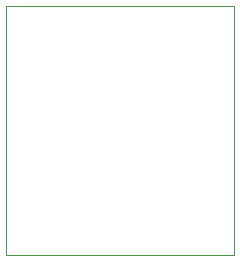
<source format=gbr>
G04 #@! TF.GenerationSoftware,KiCad,Pcbnew,(5.1.5)-3*
G04 #@! TF.CreationDate,2020-12-21T13:09:17+01:00*
G04 #@! TF.ProjectId,epimetheus_adxl345,6570696d-6574-4686-9575-735f6164786c,rev?*
G04 #@! TF.SameCoordinates,Original*
G04 #@! TF.FileFunction,Profile,NP*
%FSLAX46Y46*%
G04 Gerber Fmt 4.6, Leading zero omitted, Abs format (unit mm)*
G04 Created by KiCad (PCBNEW (5.1.5)-3) date 2020-12-21 13:09:17*
%MOMM*%
%LPD*%
G04 APERTURE LIST*
%ADD10C,0.050000*%
G04 APERTURE END LIST*
D10*
X181102000Y-41656000D02*
X181102000Y-20574000D01*
X161798000Y-41656000D02*
X181102000Y-41656000D01*
X161798000Y-20574000D02*
X161798000Y-41656000D01*
X181102000Y-20574000D02*
X161798000Y-20574000D01*
M02*

</source>
